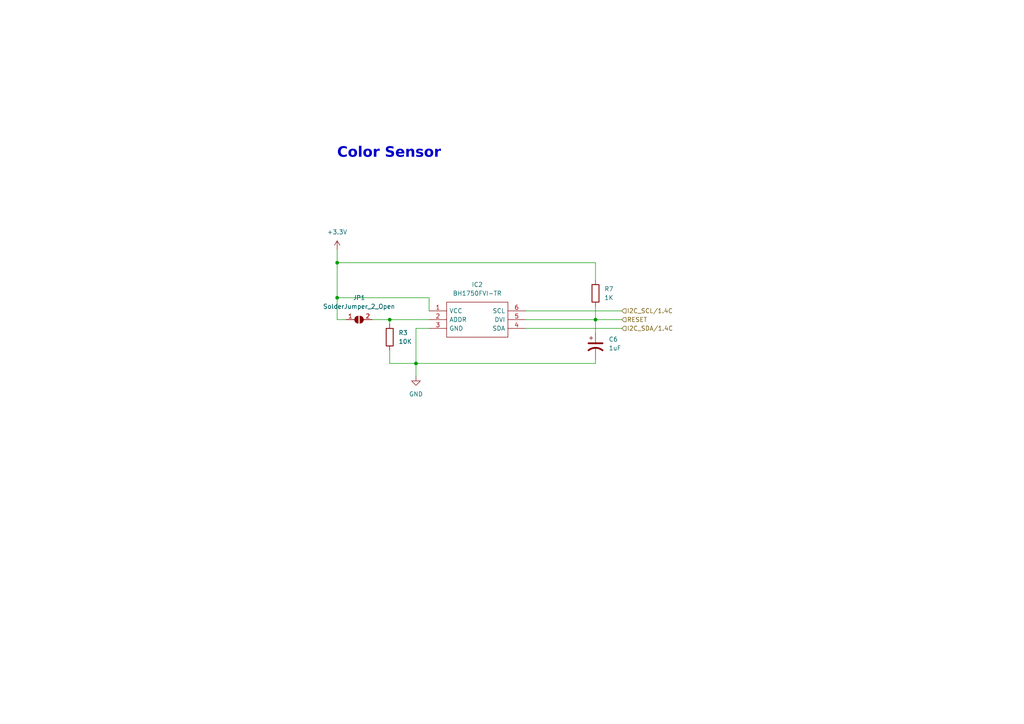
<source format=kicad_sch>
(kicad_sch (version 20230121) (generator eeschema)
  (paper "A4")
  (lib_symbols
    (symbol "BH1750FVI-TR:BH1750FVI-TR" (pin_names (offset 0.762))
      (property "Reference" "IC" (at 24.13 7.62 0))
      (property "Value" "BH1750FVI-TR" (at 24.13 5.08 0))
      (symbol "BH1750FVI-TR_0_0"
        (pin passive line (at 0 0 0) (length 5.08) (name "VCC") (number "1"))
        (pin passive line (at 0 -2.54 0) (length 5.08) (name "ADDR") (number "2"))
        (pin passive line (at 0 -5.08 0) (length 5.08) (name "GND") (number "3"))
        (pin passive line (at 27.94 -5.08 180) (length 5.08) (name "SDA") (number "4"))
        (pin passive line (at 27.94 -2.54 180) (length 5.08) (name "DVI") (number "5"))
        (pin passive line (at 27.94 0 180) (length 5.08) (name "SCL") (number "6"))
      )
      (symbol "BH1750FVI-TR_0_1"
        (polyline (pts (xy 5.08 2.54) (xy 22.86 2.54) (xy 22.86 -7.62) (xy 5.08 -7.62) (xy 5.08 2.54)) (stroke (width 0.1524)))
      )
    )
    (symbol "Device:C_Polarized_US" (pin_numbers hide) (pin_names (offset 0.254) hide)
      (property "Reference" "C" (at 0.635 2.54 0))
      (property "Value" "C_Polarized_US" (at 0.635 -2.54 0))
      (symbol "C_Polarized_US_0_1"
        (polyline (pts (xy -2.032 0.762) (xy 2.032 0.762)) (stroke (width 0.508)))
        (polyline (pts (xy -1.778 2.286) (xy -0.762 2.286)))
        (polyline (pts (xy -1.27 1.778) (xy -1.27 2.794)))
        (arc (start 2.032 -1.27) (mid 0 -0.5572) (end -2.032 -1.27) (stroke (width 0.508)))
      )
      (symbol "C_Polarized_US_1_1"
        (pin passive line (at 0 3.81 270) (length 2.794) (name "~") (number "1"))
        (pin passive line (at 0 -3.81 90) (length 3.302) (name "~") (number "2"))
      )
    )
    (symbol "Device:R" (pin_numbers hide) (pin_names (offset 0))
      (property "Reference" "R" (at 2.032 0 90))
      (property "Value" "R" (at 0 0 90))
      (symbol "R_0_1"
        (rectangle (start -1.016 -2.54) (end 1.016 2.54) (stroke (width 0.254)))
      )
      (symbol "R_1_1"
        (pin passive line (at 0 3.81 270) (length 1.27) (name "~") (number "1"))
        (pin passive line (at 0 -3.81 90) (length 1.27) (name "~") (number "2"))
      )
    )
    (symbol "Jumper:SolderJumper_2_Open" (pin_names (offset 0) hide)
      (property "Reference" "JP" (at 0 2.032 0))
      (property "Value" "SolderJumper_2_Open" (at 0 -2.54 0))
      (symbol "SolderJumper_2_Open_0_1"
        (arc (start -0.254 1.016) (mid -1.2656 0) (end -0.254 -1.016))
        (arc (start -0.254 1.016) (mid -1.2656 0) (end -0.254 -1.016) (fill (type outline)))
        (polyline (pts (xy -0.254 1.016) (xy -0.254 -1.016)))
        (polyline (pts (xy 0.254 1.016) (xy 0.254 -1.016)))
        (arc (start 0.254 -1.016) (mid 1.2656 0) (end 0.254 1.016))
        (arc (start 0.254 -1.016) (mid 1.2656 0) (end 0.254 1.016) (fill (type outline)))
      )
      (symbol "SolderJumper_2_Open_1_1"
        (pin passive line (at -3.81 0 0) (length 2.54) (name "A") (number "1"))
        (pin passive line (at 3.81 0 180) (length 2.54) (name "B") (number "2"))
      )
    )
    (symbol "power:+3.3V" (power) (pin_names (offset 0))
      (property "Value" "+3.3V" (at 0 3.556 0))
      (symbol "+3.3V_0_1"
        (polyline (pts (xy -0.762 1.27) (xy 0 2.54)))
        (polyline (pts (xy 0 0) (xy 0 2.54)))
        (polyline (pts (xy 0 2.54) (xy 0.762 1.27)))
      )
      (symbol "+3.3V_1_1"
        (pin power_in line (at 0 0 90) (length 0) hide (name "+3.3V") (number "1"))
      )
    )
    (symbol "power:GND" (power) (pin_names (offset 0))
      (property "Value" "GND" (at 0 -3.81 0))
      (symbol "GND_0_1"
        (polyline (pts (xy 0 0) (xy 0 -1.27) (xy 1.27 -1.27) (xy 0 -2.54) (xy -1.27 -1.27) (xy 0 -1.27)))
      )
      (symbol "GND_1_1"
        (pin power_in line (at 0 0 270) (length 0) hide (name "GND") (number "1"))
      )
    )
  )
  (junction (at 97.79 86.36))
  (junction (at 120.65 105.41))
  (junction (at 113.03 92.71))
  (junction (at 172.72 92.71))
  (junction (at 97.79 76.2))
  (wire (pts (xy 120.65 105.41) (xy 172.72 105.41)))
  (wire (pts (xy 152.4 95.25) (xy 180.34 95.25)))
  (wire (pts (xy 152.4 92.71) (xy 172.72 92.71)))
  (wire (pts (xy 172.72 81.28) (xy 172.72 76.2)))
  (wire (pts (xy 97.79 86.36) (xy 124.46 86.36)))
  (wire (pts (xy 124.46 90.17) (xy 124.46 86.36)))
  (wire (pts (xy 97.79 76.2) (xy 172.72 76.2)))
  (wire (pts (xy 152.4 90.17) (xy 180.34 90.17)))
  (wire (pts (xy 107.95 92.71) (xy 113.03 92.71)))
  (wire (pts (xy 172.72 92.71) (xy 172.72 96.52)))
  (wire (pts (xy 97.79 86.36) (xy 97.79 76.2)))
  (wire (pts (xy 97.79 92.71) (xy 97.79 86.36)))
  (wire (pts (xy 113.03 92.71) (xy 124.46 92.71)))
  (wire (pts (xy 172.72 105.41) (xy 172.72 104.14)))
  (wire (pts (xy 124.46 95.25) (xy 120.65 95.25)))
  (wire (pts (xy 100.33 92.71) (xy 97.79 92.71)))
  (wire (pts (xy 113.03 105.41) (xy 120.65 105.41)))
  (wire (pts (xy 113.03 101.6) (xy 113.03 105.41)))
  (wire (pts (xy 172.72 88.9) (xy 172.72 92.71)))
  (wire (pts (xy 97.79 76.2) (xy 97.79 72.39)))
  (wire (pts (xy 172.72 92.71) (xy 180.34 92.71)))
  (wire (pts (xy 120.65 105.41) (xy 120.65 109.22)))
  (wire (pts (xy 120.65 95.25) (xy 120.65 105.41)))
  (wire (pts (xy 113.03 92.71) (xy 113.03 93.98)))
  (text "Color Sensor" (at 97.79 46.99 0) (effects (font (size 3 3) (thickness 1) bold) (justify left bottom)))
  (hierarchical_label "RESET" (shape input) (at 180.34 92.71 0))
  (hierarchical_label "I2C_SDA{slash}1.4C" (shape input) (at 180.34 95.25 0))
  (hierarchical_label "I2C_SCL{slash}1.4C" (shape input) (at 180.34 90.17 0))
  (symbol (lib_id "Jumper:SolderJumper_2_Open") (at 104.14 92.71 0) (unit 1)
    (property "Reference" "JP1" (at 104.14 86.36 0))
    (property "Value" "SolderJumper_2_Open" (at 104.14 88.9 0))
    (property "Footprint" "Jumper:SolderJumper-2_P1.3mm_Open_TrianglePad1.0x1.5mm" (effects hide))
  )
  (symbol (lib_id "Device:R") (at 172.72 85.09 180) (unit 1)
    (property "Reference" "R7" (at 175.26 83.82 0) (effects (justify right)))
    (property "Value" "1K" (at 175.26 86.36 0) (effects (justify right)))
    (property "Footprint" "Resistor_SMD:R_0603_1608Metric" (effects hide))
    (property "Manufacturer_Part_Number" "0603WAF1001T5E" (effects hide))
    (instances (project "v0_3" (path "" (reference "R7") (unit 1)) (path "" (reference "R8") (unit 1))))
  )
  (symbol (lib_id "Device:R") (at 113.03 97.79 180) (unit 1)
    (property "Reference" "R3" (at 115.57 96.52 0) (effects (justify right)))
    (property "Value" "10K" (at 115.57 99.06 0) (effects (justify right)))
    (property "Footprint" "Resistor_SMD:R_0603_1608Metric" (effects hide))
    (property "Manufacturer_Part_Number" "0603WAF1002T5E" (effects hide))
    (instances (project "v0_3" (path "" (reference "R3") (unit 1)) (path "" (reference "R20") (unit 1))))
  )
  (symbol (lib_id "Device:C_Polarized_US") (at 172.72 100.33 0) (unit 1)
    (property "Reference" "C6" (at 176.53 98.425 0) (effects (justify left)))
    (property "Value" "1uF" (at 176.53 100.965 0) (effects (justify left)))
    (property "Footprint" "Capacitor_SMD:C_0603_1608Metric" (effects hide))
    (property "Manufacture" "CL10A105KO8NNNC" (effects hide))
  )
  (symbol (lib_id "power:GND") (at 120.65 109.22 0) (unit 1)
    (property "Reference" "#PWR021" (effects hide))
    (property "Value" "GND" (at 120.65 114.3 0))
  )
  (symbol (lib_id "BH1750FVI-TR:BH1750FVI-TR") (at 124.46 90.17 0) (unit 1)
    (property "Reference" "IC2" (at 138.43 82.55 0))
    (property "Value" "BH1750FVI-TR" (at 138.43 85.09 0))
    (property "Footprint" "BH1750:WSOF6" (effects hide))
    (property "Datasheet" "https://componentsearchengine.com/Datasheets/2/BH1750FVI-TR.pdf" (effects hide))
    (property "Description" "Ambient Light Sensor,16bit,I2C,WSOF6I ROHM BH1750FVI-TR Ambient Light Sensor Unit Surface Mount" (effects hide))
    (property "Manufacturer_Name" "ROHM Semiconductor" (effects hide))
    (property "Manufacturer_Part_Number" "BH1750FVI-TR" (effects hide))
    (property "Mouser Part Number" "755-BH1750FVI-TR" (effects hide))
    (property "Mouser Price/Stock" "https://www.mouser.co.uk/ProductDetail/ROHM-Semiconductor/BH1750FVI-TR?qs=phc6PQ%252BTPUNy88lRCs6mVA%3D%3D" (effects hide))
    (property "Arrow Part Number" "BH1750FVI-TR" (effects hide))
    (property "Arrow Price/Stock" "https://www.arrow.com/en/products/bh1750fvi-tr/rohm-semiconductor" (effects hide))
  )
  (symbol (lib_id "power:+3.3V") (at 97.79 72.39 0) (unit 1)
    (property "Reference" "#PWR020" (effects hide))
    (property "Value" "+3.3V" (at 97.79 67.31 0))
  )
)
</source>
